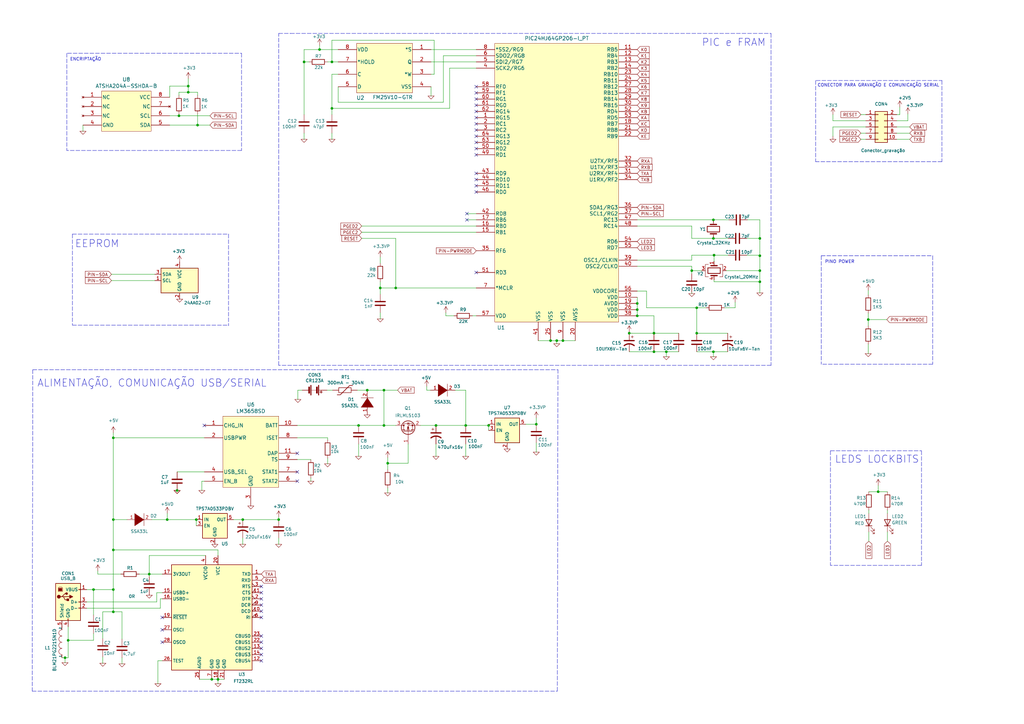
<source format=kicad_sch>
(kicad_sch (version 20211123) (generator eeschema)
  (paper "A3")
  (junction (at 292.608 90.17))
  (junction (at 283.718 110.998))
  (junction (at 157.48 160.02))
  (junction (at 147.066 174.498))
  (junction (at 38.354 241.808))
  (junction (at 292.608 144.272))
  (junction (at 191.008 174.498))
  (junction (at 311.658 97.79))
  (junction (at 86.868 278.638))
  (junction (at 46.482 179.578))
  (junction (at 311.658 115.57))
  (junction (at 311.658 104.902))
  (junction (at 360.172 201.676))
  (junction (at 99.568 213.106))
  (junction (at 258.064 136.652))
  (junction (at 77.216 37.846))
  (junction (at 178.816 174.498))
  (junction (at 268.224 144.272))
  (junction (at 162.306 118.11))
  (junction (at 159.004 189.992))
  (junction (at 136.144 44.45))
  (junction (at 61.214 235.458))
  (junction (at 124.714 25.4))
  (junction (at 268.224 136.652))
  (junction (at 46.482 225.552))
  (junction (at 89.408 278.638))
  (junction (at 131.064 20.32))
  (junction (at 292.862 104.648))
  (junction (at 46.482 250.952))
  (junction (at 228.346 139.7))
  (junction (at 27.94 262.636))
  (junction (at 46.482 213.106))
  (junction (at 136.144 25.4))
  (junction (at 46.482 241.808))
  (junction (at 77.216 35.306))
  (junction (at 81.026 51.308))
  (junction (at 72.644 201.168))
  (junction (at 114.3 213.106))
  (junction (at 225.806 139.7))
  (junction (at 68.58 213.106))
  (junction (at 292.608 97.79))
  (junction (at 200.406 174.498))
  (junction (at 285.75 126.238))
  (junction (at 157.48 174.498))
  (junction (at 155.956 118.11))
  (junction (at 230.886 139.7))
  (junction (at 73.406 47.498))
  (junction (at 261.366 127))
  (junction (at 261.366 129.54))
  (junction (at 80.518 213.106))
  (junction (at 356.108 131.064))
  (junction (at 311.658 110.998))
  (junction (at 26.67 269.748))
  (junction (at 273.304 144.272))
  (junction (at 219.964 173.99))
  (junction (at 285.75 136.652))
  (junction (at 150.622 160.02))
  (junction (at 261.366 124.46))
  (no_connect (at 107.188 253.238))
  (no_connect (at 191.516 87.63))
  (no_connect (at 107.188 243.078))
  (no_connect (at 195.326 111.76))
  (no_connect (at 195.326 40.64))
  (no_connect (at 121.92 185.928))
  (no_connect (at 107.188 263.398))
  (no_connect (at 107.188 260.858))
  (no_connect (at 107.188 245.618))
  (no_connect (at 107.188 248.158))
  (no_connect (at 195.326 50.8))
  (no_connect (at 195.326 35.56))
  (no_connect (at 121.92 193.548))
  (no_connect (at 66.548 253.238))
  (no_connect (at 195.326 43.18))
  (no_connect (at 195.326 55.88))
  (no_connect (at 83.82 174.498))
  (no_connect (at 107.188 265.938))
  (no_connect (at 195.326 45.72))
  (no_connect (at 107.188 268.478))
  (no_connect (at 191.516 90.17))
  (no_connect (at 195.326 48.26))
  (no_connect (at 195.326 73.66))
  (no_connect (at 66.548 263.398))
  (no_connect (at 121.92 197.358))
  (no_connect (at 66.548 258.318))
  (no_connect (at 195.326 71.12))
  (no_connect (at 195.326 63.5))
  (no_connect (at 195.326 38.1))
  (no_connect (at 195.326 60.96))
  (no_connect (at 195.326 58.42))
  (no_connect (at 107.188 250.698))
  (no_connect (at 107.188 271.018))
  (no_connect (at 195.326 76.2))
  (no_connect (at 195.326 78.74))
  (no_connect (at 107.188 240.538))
  (no_connect (at 195.326 53.34))
  (wire (pts (xy 367.792 57.15) (xy 373.126 57.15)))
  (wire (pts (xy 50.038 250.952) (xy 50.038 262.128)))
  (wire (pts (xy 121.92 174.498) (xy 147.066 174.498)))
  (wire (pts (xy 82.804 197.358) (xy 82.804 201.168)))
  (wire (pts (xy 292.608 97.79) (xy 298.704 97.79)))
  (wire (pts (xy 46.482 250.952) (xy 42.164 250.952)))
  (wire (pts (xy 45.72 112.522) (xy 63.5 112.522)))
  (wire (pts (xy 81.026 37.846) (xy 81.026 39.116)))
  (polyline (pts (xy 228.6 283.464) (xy 228.854 151.638)))
  (wire (pts (xy 283.718 112.268) (xy 283.718 110.998)))
  (wire (pts (xy 114.3 220.726) (xy 114.3 223.266)))
  (wire (pts (xy 61.214 227.838) (xy 61.214 235.458)))
  (wire (pts (xy 261.366 129.54) (xy 268.224 129.54)))
  (wire (pts (xy 122.174 160.02) (xy 122.174 163.83)))
  (wire (pts (xy 360.172 201.676) (xy 360.172 199.136)))
  (wire (pts (xy 356.108 133.604) (xy 356.108 131.064)))
  (wire (pts (xy 26.67 269.748) (xy 27.94 269.748)))
  (wire (pts (xy 65.786 245.618) (xy 65.786 249.428)))
  (wire (pts (xy 62.23 213.106) (xy 68.58 213.106)))
  (wire (pts (xy 124.714 25.4) (xy 124.714 46.99)))
  (wire (pts (xy 73.406 37.846) (xy 77.216 37.846)))
  (wire (pts (xy 147.066 174.498) (xy 157.48 174.498)))
  (wire (pts (xy 301.498 123.952) (xy 301.498 126.238)))
  (wire (pts (xy 261.366 124.46) (xy 261.366 127)))
  (wire (pts (xy 292.608 90.17) (xy 298.958 90.17)))
  (wire (pts (xy 297.18 126.238) (xy 301.498 126.238)))
  (wire (pts (xy 220.726 139.7) (xy 225.806 139.7)))
  (wire (pts (xy 159.004 200.152) (xy 159.004 202.184)))
  (polyline (pts (xy 93.726 96.012) (xy 93.726 133.604)))
  (wire (pts (xy 297.942 110.998) (xy 311.658 110.998)))
  (polyline (pts (xy 316.23 149.86) (xy 114.3 149.86)))
  (wire (pts (xy 285.75 144.272) (xy 292.608 144.272)))
  (wire (pts (xy 136.144 46.99) (xy 136.144 44.45)))
  (wire (pts (xy 159.004 189.992) (xy 167.386 189.992)))
  (wire (pts (xy 26.67 269.748) (xy 26.67 271.78)))
  (wire (pts (xy 283.718 120.396) (xy 283.718 119.888)))
  (wire (pts (xy 148.336 95.25) (xy 195.326 95.25)))
  (wire (pts (xy 372.364 46.736) (xy 372.364 49.53)))
  (polyline (pts (xy 386.334 33.02) (xy 386.334 66.294)))
  (wire (pts (xy 228.346 139.7) (xy 228.346 140.97)))
  (wire (pts (xy 99.568 213.106) (xy 114.3 213.106)))
  (wire (pts (xy 341.63 49.53) (xy 355.092 49.53)))
  (polyline (pts (xy 334.772 33.02) (xy 386.334 33.02)))
  (wire (pts (xy 283.718 92.71) (xy 283.718 97.79)))
  (wire (pts (xy 195.326 20.32) (xy 176.784 20.32)))
  (wire (pts (xy 46.482 250.952) (xy 46.482 241.808)))
  (wire (pts (xy 84.328 227.838) (xy 61.214 227.838)))
  (wire (pts (xy 38.354 241.808) (xy 38.354 252.222)))
  (wire (pts (xy 292.862 104.648) (xy 298.704 104.648)))
  (wire (pts (xy 46.482 225.552) (xy 46.482 241.808)))
  (polyline (pts (xy 377.952 231.902) (xy 340.614 231.902)))
  (wire (pts (xy 367.792 54.61) (xy 373.126 54.61)))
  (wire (pts (xy 66.548 235.458) (xy 61.214 235.458)))
  (wire (pts (xy 148.336 92.71) (xy 195.326 92.71)))
  (polyline (pts (xy 334.518 33.02) (xy 334.518 66.294)))
  (wire (pts (xy 283.718 109.22) (xy 283.718 110.998)))
  (wire (pts (xy 341.63 52.07) (xy 355.092 52.07)))
  (wire (pts (xy 68.58 210.566) (xy 68.58 213.106)))
  (polyline (pts (xy 340.614 184.912) (xy 340.614 231.902)))
  (wire (pts (xy 283.718 97.79) (xy 292.608 97.79)))
  (wire (pts (xy 191.516 87.63) (xy 195.326 87.63)))
  (wire (pts (xy 42.164 269.494) (xy 42.164 272.034)))
  (polyline (pts (xy 29.718 133.35) (xy 93.726 133.35)))
  (wire (pts (xy 228.346 139.7) (xy 230.886 139.7)))
  (wire (pts (xy 89.408 278.638) (xy 91.948 278.638)))
  (wire (pts (xy 150.622 160.02) (xy 157.48 160.02)))
  (wire (pts (xy 155.956 118.11) (xy 162.306 118.11)))
  (wire (pts (xy 50.038 269.748) (xy 50.038 272.288)))
  (wire (pts (xy 38.354 241.808) (xy 46.482 241.808)))
  (wire (pts (xy 268.224 136.652) (xy 278.384 136.652)))
  (wire (pts (xy 273.304 144.272) (xy 273.304 146.304)))
  (wire (pts (xy 341.63 49.53) (xy 341.63 46.99)))
  (wire (pts (xy 81.026 51.308) (xy 86.106 51.308)))
  (wire (pts (xy 159.004 189.992) (xy 159.004 192.532)))
  (polyline (pts (xy 29.718 96.012) (xy 93.726 96.012)))
  (wire (pts (xy 46.482 177.546) (xy 46.482 179.578)))
  (wire (pts (xy 292.862 114.808) (xy 292.862 115.57)))
  (wire (pts (xy 89.408 225.552) (xy 89.408 227.838)))
  (wire (pts (xy 311.658 110.998) (xy 311.658 115.57)))
  (wire (pts (xy 148.336 97.79) (xy 162.306 97.79)))
  (wire (pts (xy 69.596 51.308) (xy 81.026 51.308)))
  (wire (pts (xy 131.064 20.32) (xy 131.064 18.542)))
  (wire (pts (xy 176.784 30.48) (xy 178.054 30.48)))
  (wire (pts (xy 306.324 97.79) (xy 311.658 97.79)))
  (wire (pts (xy 200.406 173.99) (xy 200.406 174.498)))
  (wire (pts (xy 134.366 25.4) (xy 136.144 25.4)))
  (wire (pts (xy 157.48 174.498) (xy 162.306 174.498)))
  (wire (pts (xy 124.714 57.15) (xy 124.714 54.61)))
  (wire (pts (xy 159.004 187.706) (xy 159.004 189.992)))
  (wire (pts (xy 195.326 22.86) (xy 181.864 22.86)))
  (wire (pts (xy 265.176 126.238) (xy 285.75 126.238)))
  (wire (pts (xy 134.112 160.02) (xy 136.398 160.02)))
  (wire (pts (xy 172.466 174.498) (xy 178.816 174.498)))
  (wire (pts (xy 27.94 262.636) (xy 38.354 262.636)))
  (wire (pts (xy 72.644 193.548) (xy 83.82 193.548)))
  (wire (pts (xy 285.75 126.238) (xy 285.75 136.652)))
  (wire (pts (xy 176.53 160.02) (xy 175.006 160.02)))
  (wire (pts (xy 261.366 119.38) (xy 265.176 119.38)))
  (wire (pts (xy 292.608 144.272) (xy 298.45 144.272)))
  (wire (pts (xy 219.964 173.99) (xy 219.964 171.45)))
  (wire (pts (xy 64.262 243.078) (xy 64.262 246.888)))
  (wire (pts (xy 261.366 92.71) (xy 283.718 92.71)))
  (polyline (pts (xy 340.614 184.912) (xy 377.952 184.912)))
  (wire (pts (xy 95.758 213.106) (xy 99.568 213.106)))
  (wire (pts (xy 146.558 160.02) (xy 150.622 160.02)))
  (wire (pts (xy 57.15 235.458) (xy 61.214 235.458)))
  (wire (pts (xy 46.482 179.578) (xy 46.482 213.106)))
  (polyline (pts (xy 13.462 151.638) (xy 228.854 151.638)))
  (wire (pts (xy 176.784 39.37) (xy 176.784 35.56)))
  (wire (pts (xy 191.516 90.17) (xy 195.326 90.17)))
  (wire (pts (xy 191.008 187.198) (xy 191.008 182.118)))
  (wire (pts (xy 292.862 115.57) (xy 311.658 115.57)))
  (wire (pts (xy 69.596 35.306) (xy 77.216 35.306)))
  (wire (pts (xy 35.56 241.808) (xy 38.354 241.808)))
  (wire (pts (xy 40.132 234.188) (xy 40.132 235.458)))
  (wire (pts (xy 86.868 278.638) (xy 89.408 278.638)))
  (wire (pts (xy 261.366 109.22) (xy 283.718 109.22)))
  (wire (pts (xy 311.658 115.57) (xy 311.658 120.142)))
  (wire (pts (xy 283.718 110.998) (xy 287.782 110.998)))
  (wire (pts (xy 64.262 246.888) (xy 35.56 246.888)))
  (polyline (pts (xy 377.952 184.912) (xy 377.952 231.902)))
  (wire (pts (xy 230.886 139.7) (xy 235.966 139.7)))
  (wire (pts (xy 178.054 30.48) (xy 178.054 16.51)))
  (wire (pts (xy 311.658 90.17) (xy 311.658 97.79)))
  (wire (pts (xy 25.4 269.748) (xy 26.67 269.748)))
  (wire (pts (xy 273.304 144.272) (xy 278.384 144.272)))
  (polyline (pts (xy 386.334 66.294) (xy 334.518 66.294)))
  (wire (pts (xy 73.406 47.498) (xy 86.106 47.498)))
  (wire (pts (xy 127.508 197.358) (xy 127.508 196.088)))
  (polyline (pts (xy 27.686 21.844) (xy 99.06 21.844)))
  (wire (pts (xy 27.94 262.636) (xy 27.94 269.748)))
  (wire (pts (xy 114.3 213.106) (xy 114.3 212.09)))
  (wire (pts (xy 341.63 52.07) (xy 341.63 55.88)))
  (wire (pts (xy 289.56 126.238) (xy 285.75 126.238)))
  (wire (pts (xy 147.066 187.198) (xy 147.066 182.118)))
  (wire (pts (xy 367.792 49.53) (xy 372.364 49.53)))
  (wire (pts (xy 89.408 278.638) (xy 89.408 280.416)))
  (wire (pts (xy 356.362 201.676) (xy 360.172 201.676)))
  (wire (pts (xy 292.862 104.648) (xy 283.718 104.648)))
  (wire (pts (xy 178.054 16.51) (xy 136.144 16.51)))
  (wire (pts (xy 363.982 221.996) (xy 363.982 218.186)))
  (wire (pts (xy 83.82 197.358) (xy 82.804 197.358)))
  (wire (pts (xy 369.062 43.942) (xy 369.062 46.99)))
  (polyline (pts (xy 382.524 104.902) (xy 382.524 149.352)))
  (wire (pts (xy 46.482 179.578) (xy 83.82 179.578)))
  (polyline (pts (xy 336.804 104.902) (xy 382.524 104.902)))
  (wire (pts (xy 261.366 90.17) (xy 292.608 90.17)))
  (wire (pts (xy 136.144 30.48) (xy 138.684 30.48)))
  (wire (pts (xy 162.306 118.11) (xy 195.326 118.11)))
  (wire (pts (xy 369.062 46.99) (xy 367.792 46.99)))
  (wire (pts (xy 73.406 37.846) (xy 73.406 39.116)))
  (polyline (pts (xy 99.06 21.844) (xy 99.06 61.722)))
  (wire (pts (xy 268.224 129.54) (xy 268.224 136.652)))
  (wire (pts (xy 77.216 35.306) (xy 77.216 37.846)))
  (wire (pts (xy 131.064 20.32) (xy 138.684 20.32)))
  (wire (pts (xy 219.964 181.61) (xy 219.964 185.42)))
  (polyline (pts (xy 114.3 149.86) (xy 114.3 13.716)))
  (wire (pts (xy 123.952 160.02) (xy 122.174 160.02)))
  (polyline (pts (xy 119.126 13.716) (xy 316.23 13.716)))
  (wire (pts (xy 69.596 47.498) (xy 73.406 47.498)))
  (wire (pts (xy 35.56 249.428) (xy 65.786 249.428)))
  (wire (pts (xy 181.864 41.91) (xy 138.684 41.91)))
  (polyline (pts (xy 382.524 149.352) (xy 336.804 149.352)))
  (wire (pts (xy 27.94 257.048) (xy 27.94 262.636)))
  (polyline (pts (xy 29.718 96.012) (xy 29.718 133.35)))
  (polyline (pts (xy 13.462 151.638) (xy 13.208 283.464)))
  (wire (pts (xy 200.406 174.498) (xy 200.406 176.53)))
  (wire (pts (xy 353.06 54.61) (xy 355.092 54.61)))
  (wire (pts (xy 178.816 187.198) (xy 178.816 182.118)))
  (wire (pts (xy 311.912 104.648) (xy 311.658 104.902)))
  (wire (pts (xy 155.956 130.81) (xy 155.956 128.27)))
  (wire (pts (xy 46.482 213.106) (xy 46.482 225.552)))
  (wire (pts (xy 81.788 278.638) (xy 86.868 278.638)))
  (wire (pts (xy 66.548 271.018) (xy 64.77 271.018)))
  (wire (pts (xy 191.008 174.498) (xy 200.406 174.498)))
  (wire (pts (xy 306.578 90.17) (xy 311.658 90.17)))
  (polyline (pts (xy 99.06 61.722) (xy 27.432 61.722)))
  (wire (pts (xy 356.108 131.064) (xy 363.728 131.064)))
  (wire (pts (xy 40.132 235.458) (xy 49.53 235.458)))
  (wire (pts (xy 268.224 144.272) (xy 273.304 144.272)))
  (wire (pts (xy 68.58 213.106) (xy 80.518 213.106)))
  (wire (pts (xy 219.964 173.99) (xy 215.646 173.99)))
  (wire (pts (xy 360.172 201.676) (xy 363.982 201.676)))
  (wire (pts (xy 61.214 235.458) (xy 61.214 236.474)))
  (wire (pts (xy 64.77 271.018) (xy 64.77 280.416)))
  (wire (pts (xy 46.482 250.952) (xy 50.038 250.952)))
  (wire (pts (xy 356.362 221.996) (xy 356.362 218.186)))
  (wire (pts (xy 195.326 25.4) (xy 176.784 25.4)))
  (wire (pts (xy 127.508 188.468) (xy 121.92 188.468)))
  (wire (pts (xy 124.714 20.32) (xy 124.714 25.4)))
  (wire (pts (xy 155.956 118.11) (xy 155.956 115.57)))
  (wire (pts (xy 42.164 261.874) (xy 42.164 250.952)))
  (wire (pts (xy 353.06 46.99) (xy 355.092 46.99)))
  (wire (pts (xy 134.366 179.578) (xy 121.92 179.578)))
  (wire (pts (xy 367.792 52.07) (xy 373.126 52.07)))
  (wire (pts (xy 46.482 225.552) (xy 89.408 225.552)))
  (wire (pts (xy 191.008 160.02) (xy 191.008 174.498)))
  (polyline (pts (xy 114.3 13.716) (xy 119.126 13.716)))
  (wire (pts (xy 195.326 27.94) (xy 184.404 27.94)))
  (wire (pts (xy 184.404 44.45) (xy 184.404 27.94)))
  (wire (pts (xy 80.518 213.106) (xy 80.518 215.646)))
  (wire (pts (xy 66.548 245.618) (xy 65.786 245.618)))
  (wire (pts (xy 356.362 210.566) (xy 356.362 209.296)))
  (wire (pts (xy 306.324 104.648) (xy 311.912 104.648)))
  (wire (pts (xy 162.306 97.79) (xy 162.306 118.11)))
  (wire (pts (xy 131.064 20.32) (xy 124.714 20.32)))
  (wire (pts (xy 186.69 160.02) (xy 191.008 160.02)))
  (wire (pts (xy 193.802 129.54) (xy 195.326 129.54)))
  (wire (pts (xy 258.064 136.652) (xy 258.064 136.144)))
  (wire (pts (xy 99.568 220.726) (xy 99.568 223.266)))
  (wire (pts (xy 184.404 44.45) (xy 136.144 44.45)))
  (polyline (pts (xy 316.23 13.716) (xy 316.23 149.86)))
  (wire (pts (xy 138.684 41.91) (xy 138.684 35.56)))
  (wire (pts (xy 175.006 160.02) (xy 175.006 158.496)))
  (wire (pts (xy 155.956 120.65) (xy 155.956 118.11)))
  (wire (pts (xy 134.366 187.96) (xy 134.366 190.246)))
  (wire (pts (xy 181.864 22.86) (xy 181.864 41.91)))
  (wire (pts (xy 225.806 139.7) (xy 228.346 139.7)))
  (wire (pts (xy 69.596 39.878) (xy 69.596 35.306)))
  (wire (pts (xy 182.88 129.54) (xy 182.88 128.27)))
  (wire (pts (xy 77.216 37.846) (xy 81.026 37.846)))
  (wire (pts (xy 258.064 144.272) (xy 268.224 144.272)))
  (wire (pts (xy 167.386 189.992) (xy 167.386 182.118)))
  (wire (pts (xy 292.862 107.188) (xy 292.862 104.648)))
  (wire (pts (xy 353.06 57.15) (xy 355.092 57.15)))
  (wire (pts (xy 46.482 213.106) (xy 52.07 213.106)))
  (wire (pts (xy 292.608 146.304) (xy 292.608 144.272)))
  (wire (pts (xy 356.108 119.126) (xy 356.108 120.904)))
  (wire (pts (xy 66.548 243.078) (xy 64.262 243.078)))
  (polyline (pts (xy 336.804 104.902) (xy 336.804 149.352)))
  (wire (pts (xy 311.658 104.902) (xy 311.658 110.998)))
  (wire (pts (xy 311.658 97.79) (xy 311.658 104.902)))
  (wire (pts (xy 186.182 129.54) (xy 182.88 129.54)))
  (wire (pts (xy 356.108 145.034) (xy 356.108 141.224)))
  (wire (pts (xy 136.144 57.15) (xy 136.144 54.61)))
  (wire (pts (xy 155.956 107.95) (xy 155.956 105.41)))
  (wire (pts (xy 363.982 210.566) (xy 363.982 209.296)))
  (wire (pts (xy 261.366 106.68) (xy 283.718 106.68)))
  (wire (pts (xy 261.366 127) (xy 261.366 129.54)))
  (wire (pts (xy 136.144 16.51) (xy 136.144 25.4)))
  (wire (pts (xy 157.48 160.02) (xy 157.48 174.498)))
  (wire (pts (xy 178.816 174.498) (xy 191.008 174.498)))
  (wire (pts (xy 261.366 121.92) (xy 261.366 124.46)))
  (wire (pts (xy 34.036 53.848) (xy 34.036 51.308)))
  (wire (pts (xy 138.684 25.4) (xy 136.144 25.4)))
  (wire (pts (xy 81.026 46.736) (xy 81.026 51.308)))
  (wire (pts (xy 45.72 115.062) (xy 63.5 115.062)))
  (wire (pts (xy 258.064 136.652) (xy 268.224 136.652)))
  (wire (pts (xy 136.144 44.45) (xy 136.144 30.48)))
  (wire (pts (xy 77.216 32.258) (xy 77.216 35.306)))
  (polyline (pts (xy 13.208 283.464) (xy 228.6 283.464)))
  (wire (pts (xy 126.746 25.4) (xy 124.714 25.4)))
  (wire (pts (xy 283.718 104.648) (xy 283.718 106.68)))
  (wire (pts (xy 265.176 126.238) (xy 265.176 119.38)))
  (wire (pts (xy 73.406 46.736) (xy 73.406 47.498)))
  (wire (pts (xy 38.354 259.842) (xy 38.354 262.636)))
  (wire (pts (xy 356.108 131.064) (xy 356.108 128.524)))
  (polyline (pts (xy 27.432 21.844) (xy 27.432 61.722)))
  (wire (pts (xy 134.366 180.34) (xy 134.366 179.578)))
  (wire (pts (xy 298.45 136.652) (xy 285.75 136.652)))
  (wire (pts (xy 157.48 160.02) (xy 163.068 160.02)))
  (text "PIC e FRAM\n" (at 287.782 19.304 0) (effects (font (size 3 3)) (justify left bottom)))
  (text "ENCRIPTAÇÃO " (at 28.702 25.146 0) (effects (font (size 1.27 1.27)) (justify left bottom)))
  (text "EEPROM\n" (at 30.734 101.854 0) (effects (font (size 3 3)) (justify left bottom)))
  (text "PINO POWER " (at 338.328 108.204 0) (effects (font (size 1.27 1.27)) (justify left bottom)))
  (text "CONECTOR PARA GRAVAÇÃO E COMUNICAÇÃO SERIAL\n" (at 335.28 35.814 0) (effects (font (size 1.27 1.27)) (justify left bottom)))
  (text "ALIMENTAÇÃO, COMUNICAÇÃO USB/SERIAL\n" (at 15.24 159.004 0) (effects (font (size 3 3)) (justify left bottom)))
  (text "LEDS LOCKBITS\n" (at 342.392 190.246 0) (effects (font (size 3 3)) (justify left bottom)))
  (global_label "PGEC2" (shape input) (at 353.06 57.15 180) (property "Intersheet References" "${INTERSHEET_REFS}" (effects hide)))
  (global_label "LED3" (shape input) (at 363.982 221.996 270) (property "Intersheet References" "${INTERSHEET_REFS}" (effects hide)))
  (global_label "KB" (shape input) (at 261.366 45.72 0) (property "Intersheet References" "${INTERSHEET_REFS}" (effects hide)))
  (global_label "PIN-SCL" (shape input) (at 261.366 87.63 0) (property "Intersheet References" "${INTERSHEET_REFS}" (effects hide)))
  (global_label "TXA" (shape input) (at 107.188 235.458 0) (property "Intersheet References" "${INTERSHEET_REFS}" (effects hide)))
  (global_label "RXA" (shape input) (at 261.366 66.04 0) (property "Intersheet References" "${INTERSHEET_REFS}" (effects hide)))
  (global_label "PGED2" (shape input) (at 148.336 92.71 180) (property "Intersheet References" "${INTERSHEET_REFS}" (effects hide)))
  (global_label "PIN-PWRMODE" (shape input) (at 363.728 131.064 0) (property "Intersheet References" "${INTERSHEET_REFS}" (effects hide)))
  (global_label "PGED2" (shape input) (at 353.06 54.61 180) (property "Intersheet References" "${INTERSHEET_REFS}" (effects hide)))
  (global_label "KA" (shape input) (at 261.366 48.26 0) (property "Intersheet References" "${INTERSHEET_REFS}" (effects hide)))
  (global_label "RESET" (shape input) (at 353.06 46.99 180) (property "Intersheet References" "${INTERSHEET_REFS}" (effects hide)))
  (global_label "PIN-SCL" (shape input) (at 86.106 47.498 0) (property "Intersheet References" "${INTERSHEET_REFS}" (effects hide)))
  (global_label "RXB" (shape input) (at 261.366 68.58 0) (property "Intersheet References" "${INTERSHEET_REFS}" (effects hide)))
  (global_label "TXB" (shape input) (at 373.126 57.15 0) (property "Intersheet References" "${INTERSHEET_REFS}" (effects hide)))
  (global_label "VBAT" (shape input) (at 373.126 52.07 0) (property "Intersheet References" "${INTERSHEET_REFS}" (effects hide)))
  (global_label "KC" (shape input) (at 261.366 50.8 0) (property "Intersheet References" "${INTERSHEET_REFS}" (effects hide)))
  (global_label "K7" (shape input) (at 261.366 38.1 0) (property "Intersheet References" "${INTERSHEET_REFS}" (effects hide)))
  (global_label "PIN-SDA" (shape input) (at 86.106 51.308 0) (property "Intersheet References" "${INTERSHEET_REFS}" (effects hide)))
  (global_label "TXA" (shape input) (at 261.366 71.12 0) (property "Intersheet References" "${INTERSHEET_REFS}" (effects hide)))
  (global_label "RXA" (shape input) (at 107.188 237.998 0) (property "Intersheet References" "${INTERSHEET_REFS}" (effects hide)))
  (global_label "KE" (shape input) (at 261.366 55.88 0) (property "Intersheet References" "${INTERSHEET_REFS}" (effects hide)))
  (global_label "KD" (shape input) (at 261.366 53.34 0) (property "Intersheet References" "${INTERSHEET_REFS}" (effects hide)))
  (global_label "LED3" (shape input) (at 261.366 101.6 0) (property "Intersheet References" "${INTERSHEET_REFS}" (effects hide)))
  (global_label "K4" (shape input) (at 261.366 30.48 0) (property "Intersheet References" "${INTERSHEET_REFS}" (effects hide)))
  (global_label "LED2" (shape input) (at 261.366 99.06 0) (property "Intersheet References" "${INTERSHEET_REFS}" (effects hide)))
  (global_label "PIN-SDA" (shape input) (at 45.72 112.522 180) (property "Intersheet References" "${INTERSHEET_REFS}" (effects hide)))
  (global_label "K1" (shape input) (at 261.366 22.86 0) (property "Intersheet References" "${INTERSHEET_REFS}" (effects hide)))
  (global_label "K5" (shape input) (at 261.366 33.02 0) (property "Intersheet References" "${INTERSHEET_REFS}" (effects hide)))
  (global_label "K6" (shape input) (at 261.366 35.56 0) (property "Intersheet References" "${INTERSHEET_REFS}" (effects hide)))
  (global_label "PGEC2" (shape input) (at 148.336 95.25 180) (property "Intersheet References" "${INTERSHEET_REFS}" (effects hide)))
  (global_label "RESET" (shape input) (at 148.336 97.79 180) (property "Intersheet References" "${INTERSHEET_REFS}" (effects hide)))
  (global_label "K9" (shape input) (at 261.366 43.18 0) (property "Intersheet References" "${INTERSHEET_REFS}" (effects hide)))
  (global_label "K3" (shape input) (at 261.366 27.94 0) (property "Intersheet References" "${INTERSHEET_REFS}" (effects hide)))
  (global_label "VBAT" (shape input) (at 163.068 160.02 0) (property "Intersheet References" "${INTERSHEET_REFS}" (effects hide)))
  (global_label "PIN-PWRMODE" (shape input) (at 195.326 102.87 180) (property "Intersheet References" "${INTERSHEET_REFS}" (effects hide)))
  (global_label "TXB" (shape input) (at 261.366 73.66 0) (property "Intersheet References" "${INTERSHEET_REFS}" (effects hide)))
  (global_label "K2" (shape input) (at 261.366 25.4 0) (property "Intersheet References" "${INTERSHEET_REFS}" (effects hide)))
  (global_label "LED2" (shape input) (at 356.362 221.996 270) (property "Intersheet References" "${INTERSHEET_REFS}" (effects hide)))
  (global_label "K8" (shape input) (at 261.366 40.64 0) (property "Intersheet References" "${INTERSHEET_REFS}" (effects hide)))
  (global_label "PIN-SDA" (shape input) (at 261.366 85.09 0) (property "Intersheet References" "${INTERSHEET_REFS}" (effects hide)))
  (global_label "RXB" (shape input) (at 373.126 54.61 0) (property "Intersheet References" "${INTERSHEET_REFS}" (effects hide)))
  (global_label "PIN-SCL" (shape input) (at 45.72 115.062 180) (property "Intersheet References" "${INTERSHEET_REFS}" (effects hide)))
  (global_label "K0" (shape input) (at 261.366 20.32 0) (property "Intersheet References" "${INTERSHEET_REFS}" (effects hide)))
  (symbol (lib_id "pspice:0") (at 356.108 145.034 0) (unit 1)
    (property "Reference" "#GND0123" (effects hide))
    (property "Value" "0" (effects hide))
  )
  (symbol (lib_id "pspice:INDUCTOR") (at 25.4 263.398 90) (unit 1)
    (property "Reference" "L1" (at 18.288 265.684 90) (effects (justify right)))
    (property "Value" "BLM21PG221SN1D" (at 22.352 257.81 0) (effects (justify right)))
    (property "Footprint" "Inductor_SMD:L_0805_2012Metric" (effects hide))
  )
  (symbol (lib_id "Device:C") (at 136.144 50.8 0) (mirror y) (unit 1)
    (property "Reference" "C13" (at 133.223 49.6316 0) (effects (justify left)))
    (property "Value" "47pF" (at 133.223 51.943 0) (effects (justify left)))
    (property "Footprint" "Capacitor_SMD:C_0603_1608Metric_Pad1.08x0.95mm_HandSolder" (effects hide))
  )
  (symbol (lib_id "pspice:0") (at 178.816 187.198 0) (unit 1)
    (property "Reference" "#GND0136" (effects hide))
    (property "Value" "0" (effects hide))
  )
  (symbol (lib_id "power:+3.3V") (at 77.216 32.258 0) (unit 1)
    (property "Reference" "#PWR0107" (effects hide))
    (property "Value" "+3.3V" (at 77.597 27.8638 0))
  )
  (symbol (lib_id "power:+5V") (at 46.482 177.546 0) (unit 1)
    (property "Reference" "#PWR0102" (effects hide))
    (property "Value" "+5V" (at 46.482 172.466 0))
  )
  (symbol (lib_id "power:+3.3V") (at 73.66 107.442 0) (mirror y) (unit 1)
    (property "Reference" "#PWR0112" (effects hide))
    (property "Value" "+3.3V" (at 73.279 103.0478 0))
  )
  (symbol (lib_id "Connector_Generic:Conn_02x05_Odd_Even") (at 360.172 52.07 0) (unit 1)
    (property "Reference" "CON4" (at 361.442 42.672 0))
    (property "Value" "Conector_gravação" (at 362.204 61.722 0))
    (property "Footprint" "Connector_PinSocket_1.27mm:PinSocket_2x05_P1.27mm_Vertical" (effects hide))
  )
  (symbol (lib_id "power:+5V") (at 159.004 187.706 0) (unit 1)
    (property "Reference" "#PWR0104" (effects hide))
    (property "Value" "+5V" (at 159.004 182.626 0))
  )
  (symbol (lib_id "Device:Battery") (at 129.032 160.02 270) (unit 1)
    (property "Reference" "CON3" (at 129.032 153.797 90))
    (property "Value" "CR123A" (at 129.032 156.1084 90))
    (property "Footprint" "bt1:BAT_BH123A" (effects hide))
  )
  (symbol (lib_id "pspice:0") (at 150.622 170.18 0) (unit 1)
    (property "Reference" "#GND0103" (effects hide))
    (property "Value" "0" (effects hide))
  )
  (symbol (lib_id "Device:R") (at 81.026 42.926 0) (unit 1)
    (property "Reference" "R6" (at 82.55 41.148 0) (effects (justify left)))
    (property "Value" "1K" (at 82.3468 43.7388 0) (effects (justify left)))
    (property "Footprint" "Resistor_SMD:R_0603_1608Metric_Pad0.98x0.95mm_HandSolder" (effects hide))
  )
  (symbol (lib_id "pspice:0") (at 159.004 202.184 0) (unit 1)
    (property "Reference" "#GND0133" (effects hide))
    (property "Value" "0" (effects hide))
  )
  (symbol (lib_id "Device:C") (at 302.768 90.17 90) (mirror x) (unit 1)
    (property "Reference" "C23" (at 299.212 88.9 90))
    (property "Value" "7pF" (at 305.816 88.9 90))
    (property "Footprint" "Capacitor_SMD:C_0603_1608Metric_Pad1.08x0.95mm_HandSolder" (effects hide))
  )
  (symbol (lib_id "Device:R") (at 356.362 205.486 0) (unit 1)
    (property "Reference" "R13" (at 351.282 204.216 0) (effects (justify left)))
    (property "Value" "470R" (at 350.0628 206.6544 0) (effects (justify left)))
    (property "Footprint" "Resistor_SMD:R_0603_1608Metric_Pad0.98x0.95mm_HandSolder" (effects hide))
  )
  (symbol (lib_id "power:+3.3VP") (at 155.956 105.41 0) (unit 1)
    (property "Reference" "#PWR0114" (effects hide))
    (property "Value" "+3.3VP" (at 156.337 101.0158 0))
  )
  (symbol (lib_id "Device:C") (at 38.354 256.032 0) (unit 1)
    (property "Reference" "C1" (at 38.862 254 0) (effects (justify left)))
    (property "Value" "100nF" (at 38.608 258.572 0) (effects (justify left)))
    (property "Footprint" "Capacitor_SMD:C_0603_1608Metric_Pad1.08x0.95mm_HandSolder" (effects hide))
  )
  (symbol (lib_id "power:+2V5") (at 301.498 123.952 0) (unit 1)
    (property "Reference" "#PWR0105" (effects hide))
    (property "Value" "+2V5" (at 300.736 120.142 0))
  )
  (symbol (lib_id "Device:R") (at 155.956 111.76 0) (mirror y) (unit 1)
    (property "Reference" "R8" (at 154.178 110.5916 0) (effects (justify left)))
    (property "Value" "22k" (at 154.178 112.903 0) (effects (justify left)))
    (property "Footprint" "Resistor_SMD:R_0603_1608Metric_Pad0.98x0.95mm_HandSolder" (effects hide))
  )
  (symbol (lib_id "Device:C") (at 302.514 97.79 90) (mirror x) (unit 1)
    (property "Reference" "C22" (at 299.212 96.774 90))
    (property "Value" "7pF" (at 305.816 96.774 90))
    (property "Footprint" "Capacitor_SMD:C_0603_1608Metric_Pad1.08x0.95mm_HandSolder" (effects hide))
  )
  (symbol (lib_id "Device:R") (at 356.108 137.414 180) (unit 1)
    (property "Reference" "R12" (at 357.886 136.2456 0) (effects (justify right)))
    (property "Value" "3K3" (at 357.886 138.557 0) (effects (justify right)))
    (property "Footprint" "Resistor_SMD:R_0603_1608Metric_Pad0.98x0.95mm_HandSolder" (effects hide))
  )
  (symbol (lib_id "power:+3.3VP") (at 182.88 128.27 0) (unit 1)
    (property "Reference" "#PWR0113" (effects hide))
    (property "Value" "+3.3VP" (at 182.372 124.206 0))
  )
  (symbol (lib_id "power:+3.3V") (at 40.132 234.188 0) (unit 1)
    (property "Reference" "#PWR0118" (effects hide))
    (property "Value" "+3.3V" (at 40.513 229.7938 0))
  )
  (symbol (lib_id "pspice:0") (at 99.568 223.266 0) (unit 1)
    (property "Reference" "#GND0126" (effects hide))
    (property "Value" "0" (effects hide))
  )
  (symbol (lib_id "Device:R") (at 73.406 42.926 0) (unit 1)
    (property "Reference" "R5" (at 74.93 41.148 0) (effects (justify left)))
    (property "Value" "1K" (at 74.7776 43.6372 0) (effects (justify left)))
    (property "Footprint" "Resistor_SMD:R_0603_1608Metric_Pad0.98x0.95mm_HandSolder" (effects hide))
  )
  (symbol (lib_id "Device:C") (at 268.224 140.462 0) (mirror y) (unit 1)
    (property "Reference" "C16" (at 265.7348 140.4112 0) (effects (justify left)))
    (property "Value" "100nF" (at 267.716 142.9512 0) (effects (justify left)))
    (property "Footprint" "Capacitor_SMD:C_0603_1608Metric_Pad1.08x0.95mm_HandSolder" (effects hide))
  )
  (symbol (lib_id "power:+3.3V") (at 114.3 212.09 0) (unit 1)
    (property "Reference" "#PWR0120" (effects hide))
    (property "Value" "+3.3V" (at 114.681 207.6958 0))
  )
  (symbol (lib_id "Device:R") (at 130.556 25.4 90) (mirror x) (unit 1)
    (property "Reference" "R7" (at 130.556 23.0632 90))
    (property "Value" "22k" (at 130.7592 27.6352 90))
    (property "Footprint" "Resistor_SMD:R_0603_1608Metric_Pad0.98x0.95mm_HandSolder" (effects hide))
  )
  (symbol (lib_id "Device:C") (at 147.066 178.308 0) (unit 1)
    (property "Reference" "C8" (at 147.828 180.848 0) (effects (justify left)))
    (property "Value" "100nF" (at 147.574 183.388 0) (effects (justify left)))
    (property "Footprint" "Capacitor_SMD:C_0603_1608Metric_Pad1.08x0.95mm_HandSolder" (effects hide))
  )
  (symbol (lib_id "Device:C") (at 124.714 50.8 0) (mirror y) (unit 1)
    (property "Reference" "C12" (at 121.793 49.6316 0) (effects (justify left)))
    (property "Value" "100nF" (at 121.793 51.943 0) (effects (justify left)))
    (property "Footprint" "Capacitor_SMD:C_0603_1608Metric_Pad1.08x0.95mm_HandSolder" (effects hide))
  )
  (symbol (lib_id "pspice:0") (at 88.138 223.266 0) (unit 1)
    (property "Reference" "#GND0101" (effects hide))
    (property "Value" "0" (effects hide))
  )
  (symbol (lib_id "pspice:DIODE") (at 181.61 160.02 0) (unit 1)
    (property "Reference" "D3" (at 187.452 158.496 0))
    (property "Value" "SSA33L" (at 181.61 164.846 0))
    (property "Footprint" "Diode_SMD:D_SOD-123" (effects hide))
  )
  (symbol (lib_id "Device:R") (at 127.508 192.278 0) (unit 1)
    (property "Reference" "R2" (at 128.778 191.008 0) (effects (justify left)))
    (property "Value" "10k" (at 128.524 193.04 0) (effects (justify left)))
    (property "Footprint" "Resistor_SMD:R_0603_1608Metric_Pad0.98x0.95mm_HandSolder" (effects hide))
  )
  (symbol (lib_id "Device:C") (at 72.644 197.358 0) (unit 1)
    (property "Reference" "C7" (at 66.1924 195.6816 0) (effects (justify left)))
    (property "Value" "1uF" (at 65.786 197.8152 0) (effects (justify left)))
    (property "Footprint" "Capacitor_SMD:C_0603_1608Metric_Pad1.08x0.95mm_HandSolder" (effects hide))
  )
  (symbol (lib_id "power:+3V3") (at 341.63 46.99 0) (mirror y) (unit 1)
    (property "Reference" "#PWR0111" (effects hide))
    (property "Value" "+3V3" (at 340.868 43.18 0))
  )
  (symbol (lib_id "pspice:0") (at 127.508 197.358 0) (unit 1)
    (property "Reference" "#GND0131" (effects hide))
    (property "Value" "0" (effects hide))
  )
  (symbol (lib_id "pspice:0") (at 191.008 187.198 0) (unit 1)
    (property "Reference" "#GND0137" (effects hide))
    (property "Value" "0" (effects hide))
  )
  (symbol (lib_id "Device:Crystal_GND23") (at 292.862 110.998 270) (unit 1)
    (property "Reference" "Y2" (at 287.274 112.268 90))
    (property "Value" "Crystal_20MHz" (at 304.038 113.538 90))
    (property "Footprint" "Crystal:Crystal_SMD_TXC_7M-4Pin_3.2x2.5mm" (effects hide))
  )
  (symbol (lib_id "pspice:0") (at 283.718 120.396 0) (mirror y) (unit 1)
    (property "Reference" "#GND0113" (effects hide))
    (property "Value" "0" (effects hide))
  )
  (symbol (lib_id "HLI-M-rescue:ATSHA204A-SSHDA-B-2021-05-23_18-20-08") (at 51.816 44.958 0) (unit 1)
    (property "Reference" "U8" (at 51.816 32.5882 0) (effects (font (size 1.524 1.524))))
    (property "Value" "ATSHA204A-SSHDA-B" (at 51.816 35.2806 0) (effects (font (size 1.524 1.524))))
    (property "Footprint" "Package_SO:SOIC-8_3.9x4.9mm_P1.27mm" (effects hide))
  )
  (symbol (lib_id "pspice:DIODE") (at 150.622 165.1 90) (unit 1)
    (property "Reference" "D1" (at 144.018 163.83 90))
    (property "Value" "SSA33L" (at 143.51 166.37 90))
    (property "Footprint" "Diode_SMD:D_SOD-123" (effects hide))
  )
  (symbol (lib_id "HLI-M-rescue:PIC24HJ64GP206-I_PT-2021-05-23_19-04-09") (at 228.346 72.39 0) (mirror y) (unit 1)
    (property "Reference" "U1" (at 205.486 134.366 0) (effects (font (size 1.524 1.524))))
    (property "Value" "PIC24HJ64GP206-I_PT" (at 228.346 15.7226 0) (effects (font (size 1.524 1.524))))
    (property "Footprint" "footprints:PIC24HJ64GP206-I_slash_PT" (effects hide))
  )
  (symbol (lib_id "Interface_USB:FT232RL") (at 86.868 253.238 0) (unit 1)
    (property "Reference" "U3" (at 97.79 276.606 0) (effects (justify left)))
    (property "Value" "FT232RL" (at 95.758 279.4 0) (effects (justify left)))
    (property "Footprint" "Package_SO:SSOP-28_5.3x10.2mm_P0.65mm" (effects hide))
    (property "Datasheet" "https://www.ftdichip.com/Support/Documents/DataSheets/ICs/DS_FT232R.pdf" (effects hide))
  )
  (symbol (lib_id "pspice:0") (at 72.644 201.168 0) (unit 1)
    (property "Reference" "#GND0104" (effects hide))
    (property "Value" "0" (effects hide))
  )
  (symbol (lib_id "Device:CP1") (at 178.816 178.308 0) (unit 1)
    (property "Reference" "C9" (at 179.4256 181.2036 0) (effects (justify left)))
    (property "Value" "470uFx16v" (at 179.4256 183.388 0) (effects (justify left)))
    (property "Footprint" "Capacitor_Tantalum_SMD:CP_EIA-3528-12_Kemet-T_Pad1.50x2.35mm_HandSolder" (effects hide))
  )
  (symbol (lib_id "HLI-M-rescue:TPS7A0533PDBV-Regulator_Linear") (at 208.026 176.53 0) (unit 1)
    (property "Reference" "U7" (at 208.026 167.2082 0))
    (property "Value" "TPS7A0533PDBV" (at 208.026 169.5196 0))
    (property "Footprint" "Package_TO_SOT_SMD:SOT-23-5" (effects hide))
    (property "Datasheet" "https://www.ti.com/lit/ds/symlink/tps7a05.pdf" (effects hide))
  )
  (symbol (lib_id "pspice:0") (at 73.66 122.682 0) (mirror y) (unit 1)
    (property "Reference" "#GND0118" (effects hide))
    (property "Value" "0" (effects hide))
  )
  (symbol (lib_id "Device:LED") (at 356.362 214.376 90) (unit 1)
    (property "Reference" "LED1" (at 350.52 211.836 90) (effects (justify right)))
    (property "Value" "RED" (at 350.52 214.63 90) (effects (justify right)))
    (property "Footprint" "LED_SMD:LED_0603_1608Metric_Pad1.05x0.95mm_HandSolder" (effects hide))
  )
  (symbol (lib_id "power:+3.3VP") (at 219.964 171.45 0) (unit 1)
    (property "Reference" "#PWR0124" (effects hide))
    (property "Value" "+3.3VP" (at 220.345 167.0558 0))
  )
  (symbol (lib_id "Device:C") (at 50.038 265.938 0) (unit 1)
    (property "Reference" "C3" (at 50.546 263.906 0) (effects (justify left)))
    (property "Value" "4,7uF" (at 50.292 268.224 0) (effects (justify left)))
    (property "Footprint" "Capacitor_SMD:C_0603_1608Metric_Pad1.08x0.95mm_HandSolder" (effects hide))
  )
  (symbol (lib_id "HLI-M-rescue:TPS7A0533PDBV-Regulator_Linear") (at 88.138 215.646 0) (unit 1)
    (property "Reference" "U5" (at 92.202 223.012 0))
    (property "Value" "TPS7A0533PDBV" (at 88.138 208.6356 0))
    (property "Footprint" "Package_TO_SOT_SMD:SOT-23-5" (effects hide))
    (property "Datasheet" "https://www.ti.com/lit/ds/symlink/tps7a05.pdf" (effects hide))
  )
  (symbol (lib_id "Device:R") (at 159.004 196.342 0) (unit 1)
    (property "Reference" "R4" (at 161.29 195.0719 0) (effects (justify left)))
    (property "Value" "10k" (at 162.052 197.6119 0) (effects (justify left)))
    (property "Footprint" "Resistor_SMD:R_0603_1608Metric_Pad0.98x0.95mm_HandSolder" (effects hide))
  )
  (symbol (lib_id "Device:C") (at 191.008 178.308 0) (unit 1)
    (property "Reference" "C10" (at 191.77 180.848 0) (effects (justify left)))
    (property "Value" "100nF" (at 192.024 183.134 0) (effects (justify left)))
    (property "Footprint" "Capacitor_SMD:C_0603_1608Metric_Pad1.08x0.95mm_HandSolder" (effects hide))
  )
  (symbol (lib_id "power:+5VD") (at 68.58 210.566 0) (unit 1)
    (property "Reference" "#PWR0101" (effects hide))
    (property "Value" "+5VD" (at 68.58 206.756 0))
  )
  (symbol (lib_id "Device:C") (at 302.514 104.648 90) (unit 1)
    (property "Reference" "C21" (at 299.466 103.378 90))
    (property "Value" "10pF" (at 306.324 103.378 90))
    (property "Footprint" "Capacitor_SMD:C_0603_1608Metric_Pad1.08x0.95mm_HandSolder" (effects hide))
  )
  (symbol (lib_id "power:+3.3V") (at 131.064 18.542 0) (mirror y) (unit 1)
    (property "Reference" "#PWR0115" (effects hide))
    (property "Value" "+3.3V" (at 130.81 14.986 0))
  )
  (symbol (lib_id "pspice:0") (at 102.87 207.518 0) (unit 1)
    (property "Reference" "#GND0125" (effects hide))
    (property "Value" "0" (effects hide))
  )
  (symbol (lib_id "Device:R") (at 356.108 124.714 180) (unit 1)
    (property "Reference" "R11" (at 357.886 123.5456 0) (effects (justify right)))
    (property "Value" "1K5" (at 357.886 125.857 0) (effects (justify right)))
    (property "Footprint" "Resistor_SMD:R_0603_1608Metric_Pad0.98x0.95mm_HandSolder" (effects hide))
  )
  (symbol (lib_id "pspice:0") (at 155.956 130.81 0) (mirror y) (unit 1)
    (property "Reference" "#GND0119" (effects hide))
    (property "Value" "0" (effects hide))
  )
  (symbol (lib_id "pspice:0") (at 147.066 187.198 0) (unit 1)
    (property "Reference" "#GND0130" (effects hide))
    (property "Value" "0" (effects hide))
  )
  (symbol (lib_id "pspice:0") (at 273.304 146.304 0) (mirror y) (unit 1)
    (property "Reference" "#GND0117" (effects hide))
    (property "Value" "0" (effects hide))
  )
  (symbol (lib_id "pspice:0") (at 61.214 244.094 0) (mirror y) (unit 1)
    (property "Reference" "#GND0111" (effects hide))
    (property "Value" "0" (effects hide))
  )
  (symbol (lib_id "Memory_EEPROM:24AA02-OT") (at 73.66 115.062 0) (mirror y) (unit 1)
    (property "Reference" "U9" (at 78.74 121.8946 0) (effects (justify right)))
    (property "Value" "24AA02-OT" (at 75.438 124.206 0) (effects (justify right)))
    (property "Footprint" "Package_TO_SOT_SMD:SOT-23-5" (effects hide))
    (property "Datasheet" "http://ww1.microchip.com/downloads/en/DeviceDoc/21709J.pdf" (effects hide))
  )
  (symbol (lib_id "Connector:USB_B") (at 27.94 246.888 0) (unit 1)
    (property "Reference" "CON1" (at 27.94 235.204 0))
    (property "Value" "USB_B" (at 27.94 237.236 0))
    (property "Footprint" "Connector_USB:USB_Mini-B_Lumberg_2486_01_Horizontal" (effects hide))
    (property "Datasheet" " ~" (effects hide))
  )
  (symbol (lib_id "Device:R") (at 293.37 126.238 270) (unit 1)
    (property "Reference" "R10" (at 288.29 124.968 90))
    (property "Value" "1K" (at 298.0944 125.0188 90))
    (property "Footprint" "Resistor_SMD:R_0603_1608Metric_Pad0.98x0.95mm_HandSolder" (effects hide))
  )
  (symbol (lib_id "pspice:0") (at 72.644 201.168 0) (unit 1)
    (property "Reference" "#GND0105" (effects hide))
    (property "Value" "0" (effects hide))
  )
  (symbol (lib_id "pspice:0") (at 134.366 190.246 0) (unit 1)
    (property "Reference" "#GND0132" (effects hide))
    (property "Value" "0" (effects hide))
  )
  (symbol (lib_id "Device:Crystal") (at 292.608 93.98 90) (unit 1)
    (property "Reference" "Y1" (at 287.02 93.98 90) (effects (justify right)))
    (property "Value" "Crystal_32KHz" (at 285.75 99.568 90) (effects (justify right)))
    (property "Footprint" "Crystal:Crystal_SMD_MicroCrystal_CC7V-T1A-2Pin_3.2x1.5mm" (effects hide))
  )
  (symbol (lib_id "pspice:0") (at 176.784 39.37 0) (mirror y) (unit 1)
    (property "Reference" "#GND0122" (effects hide))
    (property "Value" "0" (effects hide))
  )
  (symbol (lib_id "Device:C") (at 278.384 140.462 0) (mirror y) (unit 1)
    (property "Reference" "C17" (at 275.7424 140.462 0) (effects (justify left)))
    (property "Value" "100nF" (at 278.0792 142.7988 0) (effects (justify left)))
    (property "Footprint" "Capacitor_SMD:C_0603_1608Metric_Pad1.08x0.95mm_HandSolder" (effects hide))
  )
  (symbol (lib_id "HLI-M-rescue:LM3658SD-2021-05-23_18-21-17") (at 102.87 185.928 0) (unit 1)
    (property "Reference" "U6" (at 102.87 165.9382 0) (effects (font (size 1.524 1.524))))
    (property "Value" "LM3658SD" (at 102.87 168.6306 0) (effects (font (size 1.524 1.524))))
    (property "Footprint" "Package_SON:VSON-10-1EP_3x3mm_P0.5mm_EP1.2x2mm" (effects hide))
  )
  (symbol (lib_id "Device:C") (at 285.75 140.462 0) (mirror y) (unit 1)
    (property "Reference" "C18" (at 292.1 140.462 0) (effects (justify left)))
    (property "Value" "100nF" (at 292.1 143.002 0) (effects (justify left)))
    (property "Footprint" "Capacitor_SMD:C_0603_1608Metric_Pad1.08x0.95mm_HandSolder" (effects hide))
  )
  (symbol (lib_id "power:+3.3VP") (at 372.364 46.736 0) (unit 1)
    (property "Reference" "#PWR0109" (effects hide))
    (property "Value" "+3.3VP" (at 375.158 43.18 0))
  )
  (symbol (lib_id "Device:Thermistor") (at 141.478 160.02 90) (unit 1)
    (property "Reference" "RT1" (at 141.732 154.686 90))
    (property "Value" "300mA - 304N" (at 141.732 156.972 90))
    (property "Footprint" "Resistor_SMD:R_1812_4532Metric" (effects hide))
  )
  (symbol (lib_id "pspice:0") (at 114.3 223.266 0) (unit 1)
    (property "Reference" "#GND0128" (effects hide))
    (property "Value" "0" (effects hide))
  )
  (symbol (lib_id "Device:CP1") (at 298.45 140.462 0) (mirror y) (unit 1)
    (property "Reference" "C19" (at 304.8 140.462 0) (effects (justify left)))
    (property "Value" "10uFx6V-Tan" (at 311.7596 143.1036 0) (effects (justify left)))
    (property "Footprint" "Capacitor_Tantalum_SMD:CP_EIA-3528-12_Kemet-T_Pad1.50x2.35mm_HandSolder" (effects hide))
  )
  (symbol (lib_id "pspice:0") (at 42.164 272.034 0) (mirror y) (unit 1)
    (property "Reference" "#GND0108" (effects hide))
    (property "Value" "0" (effects hide))
  )
  (symbol (lib_id "Device:R") (at 134.366 184.15 180) (unit 1)
    (property "Reference" "R3" (at 138.43 183.388 0) (effects (justify left)))
    (property "Value" "10k" (at 139.192 185.166 0) (effects (justify left)))
    (property "Footprint" "Resistor_SMD:R_0603_1608Metric_Pad0.98x0.95mm_HandSolder" (effects hide))
  )
  (symbol (lib_id "pspice:0") (at 26.67 271.78 0) (unit 1)
    (property "Reference" "#GND0110" (effects hide))
    (property "Value" "0" (effects hide))
  )
  (symbol (lib_id "Device:C") (at 61.214 240.284 0) (unit 1)
    (property "Reference" "C4" (at 58.42 237.998 0) (effects (justify left)))
    (property "Value" "1uF" (at 57.404 242.57 0) (effects (justify left)))
    (property "Footprint" "Capacitor_SMD:C_0603_1608Metric_Pad1.08x0.95mm_HandSolder" (effects hide))
  )
  (symbol (lib_id "Device:C") (at 114.3 216.916 0) (unit 1)
    (property "Reference" "C6" (at 116.9416 217.0176 0) (effects (justify left)))
    (property "Value" "100nF" (at 116.1796 219.202 0) (effects (justify left)))
    (property "Footprint" "Capacitor_SMD:C_0603_1608Metric_Pad1.08x0.95mm_HandSolder" (effects hide))
  )
  (symbol (lib_id "pspice:0") (at 34.036 53.848 0) (unit 1)
    (property "Reference" "#GND0139" (effects hide))
    (property "Value" "0" (effects hide))
  )
  (symbol (lib_id "pspice:0") (at 82.804 201.168 0) (unit 1)
    (property "Reference" "#GND0102" (effects hide))
    (property "Value" "0" (effects hide))
  )
  (symbol (lib_id "pspice:0") (at 136.144 57.15 0) (mirror y) (unit 1)
    (property "Reference" "#GND0120" (effects hide))
    (property "Value" "0" (effects hide))
  )
  (symbol (lib_id "power:+5V") (at 175.006 158.496 0) (unit 1)
    (property "Reference" "#PWR0103" (effects hide))
    (property "Value" "+5V" (at 174.752 154.94 0))
  )
  (symbol (lib_id "pspice:0") (at 311.658 120.142 0) (mirror y) (unit 1)
    (property "Reference" "#GND0112" (effects hide))
    (property "Value" "0" (effects hide))
  )
  (symbol (lib_id "pspice:0") (at 292.608 146.304 0) (mirror y) (unit 1)
    (property "Reference" "#GND0116" (effects hide))
    (property "Value" "0" (effects hide))
  )
  (symbol (lib_id "Device:CP1") (at 258.064 140.462 0) (mirror y) (unit 1)
    (property "Reference" "C15" (at 254.8128 140.6652 0) (effects (justify left)))
    (property "Value" "10UfX6V-Tan" (at 257.3528 143.1036 0) (effects (justify left)))
    (property "Footprint" "Capacitor_Tantalum_SMD:CP_EIA-3528-12_Kemet-T_Pad1.50x2.35mm_HandSolder" (effects hide))
  )
  (symbol (lib_id "pspice:0") (at 208.026 184.15 0) (unit 1)
    (property "Reference" "#GND0135" (effects hide))
    (property "Value" "0" (effects hide))
  )
  (symbol (lib_id "Device:LED") (at 363.982 214.376 90) (unit 1)
    (property "Reference" "LED2" (at 365.76 211.836 90) (effects (justify right)))
    (property "Value" "GREEN" (at 365.76 214.376 90) (effects (justify right)))
    (property "Footprint" "LED_SMD:LED_0603_1608Metric_Pad1.05x0.95mm_HandSolder" (effects hide))
  )
  (symbol (lib_id "power:+5VD") (at 356.108 119.126 0) (unit 1)
    (property "Reference" "#PWR0116" (effects hide))
    (property "Value" "+5VD" (at 356.108 115.316 0))
  )
  (symbol (lib_id "power:GND") (at 341.63 55.88 0) (mirror y) (unit 1)
    (property "Reference" "#PWR0110" (effects hide))
    (property "Value" "GND" (effects hide))
  )
  (symbol (lib_id "Device:CP1") (at 99.568 216.916 0) (unit 1)
    (property "Reference" "C5" (at 102.0572 217.0684 0) (effects (justify left)))
    (property "Value" "220uFx16V" (at 100.584 220.218 0) (effects (justify left)))
    (property "Footprint" "Capacitor_Tantalum_SMD:CP_EIA-3528-12_Kemet-T_Pad1.50x2.35mm_HandSolder" (effects hide))
  )
  (symbol (lib_id "pspice:0") (at 64.77 280.416 0) (mirror y) (unit 1)
    (property "Reference" "#GND0106" (effects hide))
    (property "Value" "0" (effects hide))
  )
  (symbol (lib_id "Device:R") (at 189.992 129.54 90) (mirror x) (unit 1)
    (property "Reference" "R9" (at 191.262 127 90) (effects (justify left)))
    (property "Value" "22K" (at 192.024 131.826 90) (effects (justify left)))
    (property "Footprint" "Resistor_SMD:R_0603_1608Metric_Pad0.98x0.95mm_HandSolder" (effects hide))
  )
  (symbol (lib_id "pspice:0") (at 122.174 163.83 0) (unit 1)
    (property "Reference" "#GND0134" (effects hide))
    (property "Value" "0" (effects hide))
  )
  (symbol (lib_id "Device:C") (at 219.964 177.8 0) (unit 1)
    (property "Reference" "C11" (at 220.726 180.2892 0) (effects (justify left)))
    (property "Value" "100nF" (at 220.5736 182.5244 0) (effects (justify left)))
    (property "Footprint" "Capacitor_SMD:C_0603_1608Metric_Pad1.08x0.95mm_HandSolder" (effects hide))
  )
  (symbol (lib_id "Device:C") (at 283.718 116.078 0) (unit 1)
    (property "Reference" "C20" (at 279.4 118.618 0) (effects (justify left)))
    (property "Value" "10pF" (at 284.226 118.618 0) (effects (justify left)))
    (property "Footprint" "Capacitor_SMD:C_0603_1608Metric_Pad1.08x0.95mm_HandSolder" (effects hide))
  )
  (symbol (lib_id "pspice:DIODE") (at 57.15 213.106 0) (unit 1)
    (property "Reference" "D2" (at 62.992 211.582 0))
    (property "Value" "SSA33L" (at 57.15 217.932 0))
    (property "Footprint" "Diode_SMD:D_SOD-123" (effects hide))
  )
  (symbol (lib_id "HLI-M-rescue:FM25V10-GTR-2021-05-23_22-45-04") (at 157.734 27.94 0) (mirror y) (unit 1)
    (property "Reference" "U2" (at 147.828 40.132 0) (effects (font (size 1.524 1.524))))
    (property "Value" "FM25V10-GTR" (at 161.036 39.878 0) (effects (font (size 1.524 1.524))))
    (property "Footprint" "Package_SO:SOIC-8_3.9x4.9mm_P1.27mm" (effects hide))
  )
  (symbol (lib_id "Transistor_FET:IRLML5203") (at 167.386 177.038 90) (unit 1)
    (property "Reference" "Q1" (at 168.656 167.386 90) (effects (justify left)))
    (property "Value" "IRLML5103" (at 172.466 170.434 90) (effects (justify left)))
    (property "Footprint" "Package_TO_SOT_SMD:SOT-23" (effects hide))
    (property "Datasheet" "https://www.infineon.com/dgdl/irlml5203pbf.pdf?fileId=5546d462533600a40153566868da261d" (effects hide))
  )
  (symbol (lib_id "Device:R") (at 53.34 235.458 90) (unit 1)
    (property "Reference" "R1" (at 53.34 232.918 90))
    (property "Value" "0R" (at 54.102 244.602 90))
    (property "Footprint" "Resistor_SMD:R_0603_1608Metric_Pad0.98x0.95mm_HandSolder" (effects hide))
  )
  (symbol (lib_id "pspice:0") (at 89.408 280.416 0) (mirror y) (unit 1)
    (property "Reference" "#GND0107" (effects hide))
    (property "Value" "0" (effects hide))
  )
  (symbol (lib_id "Device:C") (at 155.956 124.46 0) (mirror y) (unit 1)
    (property "Reference" "C14" (at 153.035 123.2916 0) (effects (justify left)))
    (property "Value" "1nF" (at 153.035 125.603 0) (effects (justify left)))
    (property "Footprint" "Capacitor_SMD:C_0603_1608Metric_Pad1.08x0.95mm_HandSolder" (effects hide))
  )
  (symbol (lib_id "pspice:0") (at 219.964 185.42 0) (unit 1)
    (property "Reference" "#GND0138" (effects hide))
    (property "Value" "0" (effects hide))
  )
  (symbol (lib_id "power:+2V5") (at 369.062 43.942 0) (unit 1)
    (property "Reference" "#PWR0108" (effects hide))
    (property "Value" "+2V5" (at 371.094 40.132 0))
  )
  (symbol (lib_id "pspice:0") (at 50.038 272.288 0) (mirror y) (unit 1)
    (property "Reference" "#GND0109" (effects hide))
    (property "Value" "0" (effects hide))
  )
  (symbol (lib_id "Device:R") (at 363.982 205.486 0) (unit 1)
    (property "Reference" "R14" (at 365.3536 204.3176 0) (effects (justify left)))
    (property "Value" "470R" (at 365.3536 206.6544 0) (effects (justify left)))
    (property "Footprint" "Resistor_SMD:R_0603_1608Metric_Pad0.98x0.95mm_HandSolder" (effects hide))
  )
  (symbol (lib_id "power:+3.3V") (at 360.172 199.136 0) (unit 1)
    (property "Reference" "#PWR0117" (effects hide))
    (property "Value" "+3.3V" (at 360.553 194.7418 0))
  )
  (symbol (lib_id "Device:C") (at 42.164 265.684 0) (unit 1)
    (property "Reference" "C2" (at 42.672 263.652 0) (effects (justify left)))
    (property "Value" "10nF" (at 42.418 267.97 0) (effects (justify left)))
    (property "Footprint" "Capacitor_SMD:C_0603_1608Metric_Pad1.08x0.95mm_HandSolder" (effects hide))
  )
  (symbol (lib_id "power:+3.3VP") (at 258.064 136.144 0) (unit 1)
    (property "Reference" "#PWR0106" (effects hide))
    (property "Value" "+3.3VP" (at 258.064 132.334 0))
  )
  (symbol (lib_id "pspice:0") (at 124.714 57.15 0) (mirror y) (unit 1)
    (property "Reference" "#GND0121" (effects hide))
    (property "Value" "0" (effects hide))
  )
  (symbol (lib_id "pspice:0") (at 228.346 140.97 0) (mirror y) (unit 1)
    (property "Reference" "#GND0114" (effects hide))
    (property "Value" "0" (effects hide))
  )
)
</source>
